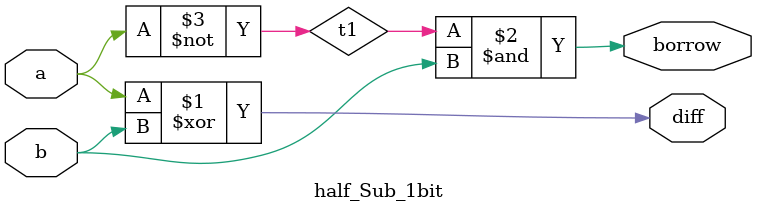
<source format=v>
`timescale 1ns / 1ps


module Full_Subtractor_with_HS(
    output diff,borrow,
    input a,b,bin
    );
    
    half_Sub_1bit HS1(t1,t2,a,b);
    half_Sub_1bit HS2(diff,t3,t1,bin);
    or o1(borrow,t3,t2); 
endmodule

module half_Sub_1bit(
    output diff,borrow,
    input a,b
    );
    wire t1;
    xor x1(diff,a,b);
    not n1(t1,a);
    and a1(borrow,t1,b);
    
endmodule


</source>
